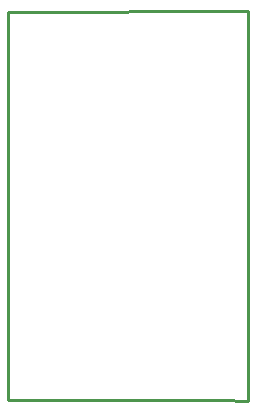
<source format=gbr>
G04 EAGLE Gerber RS-274X export*
G75*
%MOMM*%
%FSLAX34Y34*%
%LPD*%
%IN*%
%IPPOS*%
%AMOC8*
5,1,8,0,0,1.08239X$1,22.5*%
G01*
%ADD10C,0.254000*%


D10*
X0Y0D02*
X180594Y0D01*
X203708Y-508D01*
X203708Y329438D01*
X0Y328168D01*
X0Y0D01*
M02*

</source>
